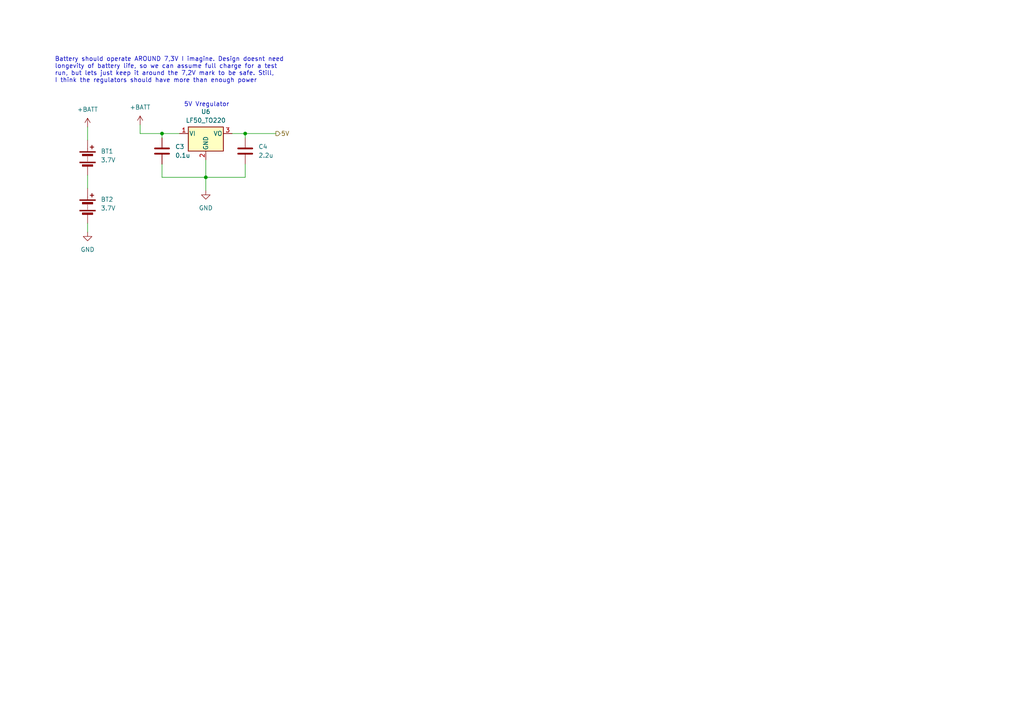
<source format=kicad_sch>
(kicad_sch (version 20230121) (generator eeschema)
  (paper "A4")
  (lib_symbols
    (symbol "Device:Battery" (pin_numbers hide) (pin_names (offset 0) hide)
      (property "Reference" "BT" (at 2.54 2.54 0))
      (property "Value" "Battery" (at 2.54 0 0))
      (symbol "Battery_0_1"
        (rectangle (start -2.286 -1.27) (end 2.286 -1.524) (fill (type outline)))
        (rectangle (start -2.286 1.778) (end 2.286 1.524) (fill (type outline)))
        (rectangle (start -1.524 -2.032) (end 1.524 -2.54) (fill (type outline)))
        (rectangle (start -1.524 1.016) (end 1.524 0.508) (fill (type outline)))
        (polyline (pts (xy 0 -1.016) (xy 0 -0.762)))
        (polyline (pts (xy 0 -0.508) (xy 0 -0.254)))
        (polyline (pts (xy 0 0) (xy 0 0.254)))
        (polyline (pts (xy 0 1.778) (xy 0 2.54)))
        (polyline (pts (xy 0.762 3.048) (xy 1.778 3.048)) (stroke (width 0.254)))
        (polyline (pts (xy 1.27 3.556) (xy 1.27 2.54)) (stroke (width 0.254)))
      )
      (symbol "Battery_1_1"
        (pin passive line (at 0 5.08 270) (length 2.54) (name "+") (number "1"))
        (pin passive line (at 0 -5.08 90) (length 2.54) (name "-") (number "2"))
      )
    )
    (symbol "Device:C" (pin_numbers hide) (pin_names (offset 0.254))
      (property "Reference" "C" (at 0.635 2.54 0))
      (property "Value" "C" (at 0.635 -2.54 0))
      (symbol "C_0_1"
        (polyline (pts (xy -2.032 -0.762) (xy 2.032 -0.762)) (stroke (width 0.508)))
        (polyline (pts (xy -2.032 0.762) (xy 2.032 0.762)) (stroke (width 0.508)))
      )
      (symbol "C_1_1"
        (pin passive line (at 0 3.81 270) (length 2.794) (name "~") (number "1"))
        (pin passive line (at 0 -3.81 90) (length 2.794) (name "~") (number "2"))
      )
    )
    (symbol "Regulator_Linear:LF50_TO220" (pin_names (offset 0.254))
      (property "Reference" "U" (at -3.81 3.175 0))
      (property "Value" "LF50_TO220" (at 0 3.175 0))
      (symbol "LF50_TO220_0_1"
        (rectangle (start -5.08 1.905) (end 5.08 -5.08) (stroke (width 0.254)) (fill (type background)))
      )
      (symbol "LF50_TO220_1_1"
        (pin power_in line (at -7.62 0 0) (length 2.54) (name "VI") (number "1"))
        (pin power_in line (at 0 -7.62 90) (length 2.54) (name "GND") (number "2"))
        (pin power_out line (at 7.62 0 180) (length 2.54) (name "VO") (number "3"))
      )
    )
    (symbol "power:+BATT" (power) (pin_names (offset 0))
      (property "Value" "+BATT" (at 0 3.556 0))
      (symbol "+BATT_0_1"
        (polyline (pts (xy -0.762 1.27) (xy 0 2.54)))
        (polyline (pts (xy 0 0) (xy 0 2.54)))
        (polyline (pts (xy 0 2.54) (xy 0.762 1.27)))
      )
      (symbol "+BATT_1_1"
        (pin power_in line (at 0 0 90) (length 0) hide (name "+BATT") (number "1"))
      )
    )
    (symbol "power:GND" (power) (pin_names (offset 0))
      (property "Value" "GND" (at 0 -3.81 0))
      (symbol "GND_0_1"
        (polyline (pts (xy 0 0) (xy 0 -1.27) (xy 1.27 -1.27) (xy 0 -2.54) (xy -1.27 -1.27) (xy 0 -1.27)))
      )
      (symbol "GND_1_1"
        (pin power_in line (at 0 0 270) (length 0) hide (name "GND") (number "1"))
      )
    )
  )
  (junction (at 59.69 51.435))
  (junction (at 46.99 38.735))
  (junction (at 71.12 38.735))
  (wire (pts (xy 40.64 38.735) (xy 46.99 38.735)))
  (wire (pts (xy 59.69 46.355) (xy 59.69 51.435)))
  (wire (pts (xy 71.12 38.735) (xy 80.01 38.735)))
  (wire (pts (xy 46.99 51.435) (xy 59.69 51.435)))
  (wire (pts (xy 25.4 50.8) (xy 25.4 54.61)))
  (wire (pts (xy 71.12 38.735) (xy 71.12 40.005)))
  (wire (pts (xy 25.4 36.83) (xy 25.4 40.64)))
  (wire (pts (xy 46.99 38.735) (xy 46.99 40.005)))
  (wire (pts (xy 67.31 38.735) (xy 71.12 38.735)))
  (wire (pts (xy 71.12 47.625) (xy 71.12 51.435)))
  (wire (pts (xy 40.64 36.195) (xy 40.64 38.735)))
  (wire (pts (xy 59.69 51.435) (xy 59.69 55.245)))
  (wire (pts (xy 46.99 38.735) (xy 52.07 38.735)))
  (wire (pts (xy 46.99 47.625) (xy 46.99 51.435)))
  (wire (pts (xy 59.69 51.435) (xy 71.12 51.435)))
  (wire (pts (xy 25.4 64.77) (xy 25.4 67.31)))
  (text "5V Vregulator\n" (at 53.34 31.115 0) (effects (font (size 1.27 1.27)) (justify left bottom)))
  (text "Battery should operate AROUND 7,3V I imagine. Design doesnt need\nlongevity of battery life, so we can assume full charge for a test\nrun, but lets just keep it around the 7,2V mark to be safe. Still,\nI think the regulators should have more than enough power" (at 15.875 24.13 0) (effects (font (size 1.27 1.27)) (justify left bottom)))
  (hierarchical_label "5V" (shape output) (at 80.01 38.735 0))
  (symbol (lib_id "Device:C") (at 46.99 43.815 0) (unit 1)
    (property "Reference" "C3" (at 50.8 42.545 0) (effects (justify left)))
    (property "Value" "0.1u" (at 50.8 45.085 0) (effects (justify left)))
  )
  (symbol (lib_id "power:GND") (at 25.4 67.31 0) (unit 1)
    (property "Reference" "#PWR08" (effects hide))
    (property "Value" "GND" (at 25.4 72.39 0))
  )
  (symbol (lib_id "Device:C") (at 71.12 43.815 0) (unit 1)
    (property "Reference" "C4" (at 74.93 42.545 0) (effects (justify left)))
    (property "Value" "2.2u" (at 74.93 45.085 0) (effects (justify left)))
  )
  (symbol (lib_id "power:+BATT") (at 40.64 36.195 0) (unit 1)
    (property "Reference" "#PWR011" (effects hide))
    (property "Value" "+BATT" (at 40.64 31.115 0))
  )
  (symbol (lib_id "Device:Battery") (at 25.4 45.72 0) (unit 1)
    (property "Reference" "BT1" (at 29.21 43.8785 0) (effects (justify left)))
    (property "Value" "3.7V" (at 29.21 46.4185 0) (effects (justify left)))
  )
  (symbol (lib_id "power:+BATT") (at 25.4 36.83 0) (unit 1)
    (property "Reference" "#PWR07" (effects hide))
    (property "Value" "+BATT" (at 25.4 31.75 0))
  )
  (symbol (lib_id "power:GND") (at 59.69 55.245 0) (unit 1)
    (property "Reference" "#PWR012" (effects hide))
    (property "Value" "GND" (at 59.69 60.325 0))
  )
  (symbol (lib_id "Regulator_Linear:LF50_TO220") (at 59.69 38.735 0) (unit 1)
    (property "Reference" "U6" (at 59.69 32.385 0))
    (property "Value" "LF50_TO220" (at 59.69 34.925 0))
    (property "Footprint" "Package_TO_SOT_THT:TO-220-3_Vertical" (effects hide))
    (property "Datasheet" "http://www.st.com/content/ccc/resource/technical/document/datasheet/c4/0e/7e/2a/be/bc/4c/bd/CD00000546.pdf/files/CD00000546.pdf/jcr:content/translations/en.CD00000546.pdf" (effects hide))
  )
  (symbol (lib_id "Device:Battery") (at 25.4 59.69 0) (unit 1)
    (property "Reference" "BT2" (at 29.21 57.8485 0) (effects (justify left)))
    (property "Value" "3.7V" (at 29.21 60.3885 0) (effects (justify left)))
  )
)
</source>
